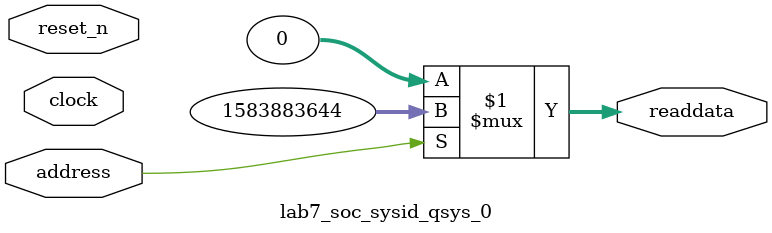
<source format=v>



// synthesis translate_off
`timescale 1ns / 1ps
// synthesis translate_on

// turn off superfluous verilog processor warnings 
// altera message_level Level1 
// altera message_off 10034 10035 10036 10037 10230 10240 10030 

module lab7_soc_sysid_qsys_0 (
               // inputs:
                address,
                clock,
                reset_n,

               // outputs:
                readdata
             )
;

  output  [ 31: 0] readdata;
  input            address;
  input            clock;
  input            reset_n;

  wire    [ 31: 0] readdata;
  //control_slave, which is an e_avalon_slave
  assign readdata = address ? 1583883644 : 0;

endmodule



</source>
